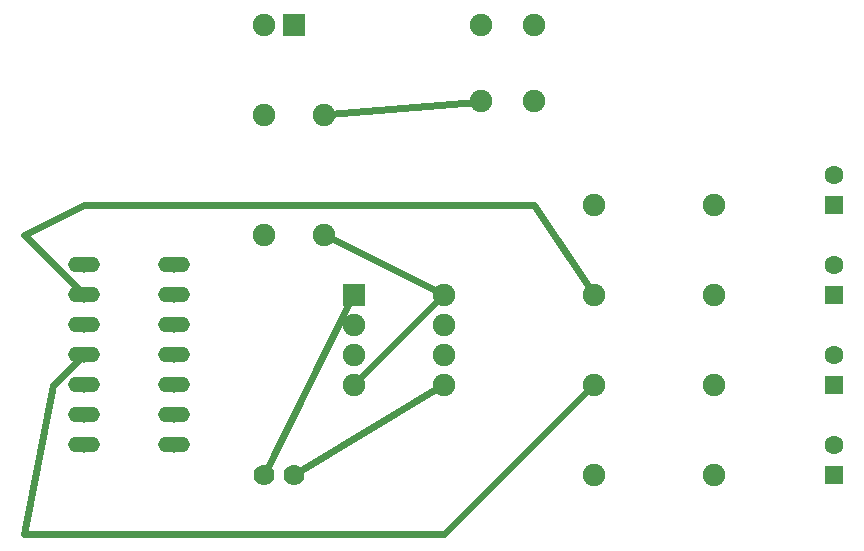
<source format=gbl>
G04 MADE WITH FRITZING*
G04 WWW.FRITZING.ORG*
G04 DOUBLE SIDED*
G04 HOLES PLATED*
G04 CONTOUR ON CENTER OF CONTOUR VECTOR*
%ASAXBY*%
%FSLAX23Y23*%
%MOIN*%
%OFA0B0*%
%SFA1.0B1.0*%
%ADD10C,0.075000*%
%ADD11C,0.070000*%
%ADD12C,0.062992*%
%ADD13C,0.052000*%
%ADD14R,0.075000X0.075000*%
%ADD15R,0.062992X0.062992*%
%ADD16C,0.024000*%
%ADD17R,0.001000X0.001000*%
%LNCOPPER0*%
G90*
G70*
G54D10*
X1111Y1478D03*
X1111Y1078D03*
X911Y1478D03*
X911Y1078D03*
X1011Y1778D03*
X911Y1778D03*
G54D11*
X911Y278D03*
X1011Y278D03*
G54D10*
X1211Y878D03*
X1511Y878D03*
X1211Y778D03*
X1511Y778D03*
X1211Y678D03*
X1511Y678D03*
X1211Y578D03*
X1511Y578D03*
G54D12*
X2811Y1178D03*
X2811Y1276D03*
X2811Y578D03*
X2811Y676D03*
X2811Y878D03*
X2811Y976D03*
X2811Y278D03*
X2811Y376D03*
G54D10*
X1634Y1522D03*
X1634Y1778D03*
X1811Y1522D03*
X1811Y1778D03*
X2011Y878D03*
X2411Y878D03*
X2011Y578D03*
X2411Y578D03*
X2011Y1178D03*
X2411Y1178D03*
X2011Y278D03*
X2411Y278D03*
G54D13*
X311Y978D03*
X311Y878D03*
X311Y778D03*
X311Y678D03*
X311Y578D03*
X311Y478D03*
X311Y378D03*
X611Y378D03*
X611Y478D03*
X611Y578D03*
X611Y678D03*
X611Y778D03*
X611Y878D03*
X611Y978D03*
G54D14*
X1011Y1778D03*
X1211Y878D03*
G54D15*
X2811Y1178D03*
X2811Y578D03*
X2811Y878D03*
X2811Y278D03*
G54D16*
X1203Y862D02*
X918Y291D01*
D02*
X1511Y79D02*
X112Y79D01*
D02*
X112Y79D02*
X209Y575D01*
D02*
X209Y575D02*
X300Y666D01*
D02*
X1999Y565D02*
X1511Y79D01*
D02*
X1499Y865D02*
X1223Y590D01*
D02*
X1813Y1175D02*
X312Y1175D01*
D02*
X312Y1175D02*
X112Y1078D01*
D02*
X2001Y892D02*
X1813Y1175D01*
D02*
X112Y1078D02*
X300Y889D01*
D02*
X1617Y1520D02*
X1129Y1479D01*
D02*
X1495Y886D02*
X1127Y1070D01*
D02*
X1496Y569D02*
X1024Y285D01*
G54D17*
X283Y1004D02*
X340Y1004D01*
X583Y1004D02*
X640Y1004D01*
X278Y1003D02*
X345Y1003D01*
X578Y1003D02*
X645Y1003D01*
X276Y1002D02*
X347Y1002D01*
X576Y1002D02*
X647Y1002D01*
X274Y1001D02*
X349Y1001D01*
X574Y1001D02*
X649Y1001D01*
X272Y1000D02*
X351Y1000D01*
X572Y1000D02*
X651Y1000D01*
X271Y999D02*
X353Y999D01*
X571Y999D02*
X652Y999D01*
X269Y998D02*
X354Y998D01*
X569Y998D02*
X654Y998D01*
X268Y997D02*
X355Y997D01*
X568Y997D02*
X655Y997D01*
X267Y996D02*
X356Y996D01*
X567Y996D02*
X656Y996D01*
X266Y995D02*
X357Y995D01*
X566Y995D02*
X657Y995D01*
X266Y994D02*
X309Y994D01*
X314Y994D02*
X358Y994D01*
X566Y994D02*
X609Y994D01*
X614Y994D02*
X658Y994D01*
X265Y993D02*
X305Y993D01*
X318Y993D02*
X358Y993D01*
X565Y993D02*
X605Y993D01*
X618Y993D02*
X658Y993D01*
X264Y992D02*
X303Y992D01*
X320Y992D02*
X359Y992D01*
X564Y992D02*
X603Y992D01*
X620Y992D02*
X659Y992D01*
X264Y991D02*
X302Y991D01*
X322Y991D02*
X360Y991D01*
X564Y991D02*
X602Y991D01*
X622Y991D02*
X660Y991D01*
X263Y990D02*
X300Y990D01*
X323Y990D02*
X360Y990D01*
X563Y990D02*
X600Y990D01*
X623Y990D02*
X660Y990D01*
X263Y989D02*
X299Y989D01*
X324Y989D02*
X361Y989D01*
X562Y989D02*
X599Y989D01*
X624Y989D02*
X661Y989D01*
X262Y988D02*
X299Y988D01*
X325Y988D02*
X361Y988D01*
X562Y988D02*
X599Y988D01*
X625Y988D02*
X661Y988D01*
X262Y987D02*
X298Y987D01*
X325Y987D02*
X362Y987D01*
X562Y987D02*
X598Y987D01*
X625Y987D02*
X661Y987D01*
X261Y986D02*
X297Y986D01*
X326Y986D02*
X362Y986D01*
X561Y986D02*
X597Y986D01*
X626Y986D02*
X662Y986D01*
X261Y985D02*
X297Y985D01*
X326Y985D02*
X362Y985D01*
X561Y985D02*
X597Y985D01*
X626Y985D02*
X662Y985D01*
X261Y984D02*
X296Y984D01*
X327Y984D02*
X362Y984D01*
X561Y984D02*
X596Y984D01*
X627Y984D02*
X662Y984D01*
X261Y983D02*
X296Y983D01*
X327Y983D02*
X363Y983D01*
X561Y983D02*
X596Y983D01*
X627Y983D02*
X663Y983D01*
X260Y982D02*
X296Y982D01*
X328Y982D02*
X363Y982D01*
X560Y982D02*
X596Y982D01*
X628Y982D02*
X663Y982D01*
X260Y981D02*
X295Y981D01*
X328Y981D02*
X363Y981D01*
X560Y981D02*
X595Y981D01*
X628Y981D02*
X663Y981D01*
X260Y980D02*
X295Y980D01*
X328Y980D02*
X363Y980D01*
X560Y980D02*
X595Y980D01*
X628Y980D02*
X663Y980D01*
X260Y979D02*
X295Y979D01*
X328Y979D02*
X363Y979D01*
X560Y979D02*
X595Y979D01*
X628Y979D02*
X663Y979D01*
X260Y978D02*
X295Y978D01*
X328Y978D02*
X363Y978D01*
X560Y978D02*
X595Y978D01*
X628Y978D02*
X663Y978D01*
X260Y977D02*
X295Y977D01*
X328Y977D02*
X363Y977D01*
X560Y977D02*
X595Y977D01*
X628Y977D02*
X663Y977D01*
X260Y976D02*
X295Y976D01*
X328Y976D02*
X363Y976D01*
X560Y976D02*
X595Y976D01*
X628Y976D02*
X663Y976D01*
X260Y975D02*
X295Y975D01*
X328Y975D02*
X363Y975D01*
X560Y975D02*
X595Y975D01*
X628Y975D02*
X663Y975D01*
X260Y974D02*
X296Y974D01*
X327Y974D02*
X363Y974D01*
X560Y974D02*
X596Y974D01*
X627Y974D02*
X663Y974D01*
X261Y973D02*
X296Y973D01*
X327Y973D02*
X363Y973D01*
X561Y973D02*
X596Y973D01*
X627Y973D02*
X663Y973D01*
X261Y972D02*
X296Y972D01*
X327Y972D02*
X362Y972D01*
X561Y972D02*
X596Y972D01*
X627Y972D02*
X662Y972D01*
X261Y971D02*
X297Y971D01*
X326Y971D02*
X362Y971D01*
X561Y971D02*
X597Y971D01*
X626Y971D02*
X662Y971D01*
X261Y970D02*
X297Y970D01*
X326Y970D02*
X362Y970D01*
X561Y970D02*
X597Y970D01*
X626Y970D02*
X662Y970D01*
X262Y969D02*
X298Y969D01*
X325Y969D02*
X361Y969D01*
X562Y969D02*
X598Y969D01*
X625Y969D02*
X661Y969D01*
X262Y968D02*
X299Y968D01*
X324Y968D02*
X361Y968D01*
X562Y968D02*
X599Y968D01*
X624Y968D02*
X661Y968D01*
X263Y967D02*
X300Y967D01*
X323Y967D02*
X360Y967D01*
X563Y967D02*
X600Y967D01*
X623Y967D02*
X660Y967D01*
X263Y966D02*
X301Y966D01*
X322Y966D02*
X360Y966D01*
X563Y966D02*
X601Y966D01*
X622Y966D02*
X660Y966D01*
X264Y965D02*
X302Y965D01*
X321Y965D02*
X359Y965D01*
X564Y965D02*
X602Y965D01*
X621Y965D02*
X659Y965D01*
X264Y964D02*
X304Y964D01*
X319Y964D02*
X359Y964D01*
X564Y964D02*
X604Y964D01*
X619Y964D02*
X659Y964D01*
X265Y963D02*
X306Y963D01*
X317Y963D02*
X358Y963D01*
X565Y963D02*
X606Y963D01*
X617Y963D02*
X658Y963D01*
X266Y962D02*
X357Y962D01*
X566Y962D02*
X657Y962D01*
X267Y961D02*
X356Y961D01*
X567Y961D02*
X656Y961D01*
X268Y960D02*
X356Y960D01*
X568Y960D02*
X656Y960D01*
X269Y959D02*
X354Y959D01*
X569Y959D02*
X654Y959D01*
X270Y958D02*
X353Y958D01*
X570Y958D02*
X653Y958D01*
X271Y957D02*
X352Y957D01*
X571Y957D02*
X652Y957D01*
X273Y956D02*
X350Y956D01*
X573Y956D02*
X650Y956D01*
X275Y955D02*
X349Y955D01*
X575Y955D02*
X649Y955D01*
X277Y954D02*
X347Y954D01*
X577Y954D02*
X647Y954D01*
X280Y953D02*
X343Y953D01*
X580Y953D02*
X643Y953D01*
X283Y904D02*
X340Y904D01*
X583Y904D02*
X640Y904D01*
X278Y903D02*
X345Y903D01*
X578Y903D02*
X645Y903D01*
X276Y902D02*
X347Y902D01*
X576Y902D02*
X647Y902D01*
X274Y901D02*
X349Y901D01*
X574Y901D02*
X649Y901D01*
X272Y900D02*
X351Y900D01*
X572Y900D02*
X651Y900D01*
X271Y899D02*
X353Y899D01*
X571Y899D02*
X652Y899D01*
X269Y898D02*
X354Y898D01*
X569Y898D02*
X654Y898D01*
X268Y897D02*
X355Y897D01*
X568Y897D02*
X655Y897D01*
X267Y896D02*
X356Y896D01*
X567Y896D02*
X656Y896D01*
X266Y895D02*
X357Y895D01*
X566Y895D02*
X657Y895D01*
X266Y894D02*
X309Y894D01*
X314Y894D02*
X358Y894D01*
X566Y894D02*
X609Y894D01*
X614Y894D02*
X658Y894D01*
X265Y893D02*
X305Y893D01*
X318Y893D02*
X358Y893D01*
X565Y893D02*
X605Y893D01*
X618Y893D02*
X658Y893D01*
X264Y892D02*
X303Y892D01*
X320Y892D02*
X359Y892D01*
X564Y892D02*
X603Y892D01*
X620Y892D02*
X659Y892D01*
X264Y891D02*
X302Y891D01*
X322Y891D02*
X360Y891D01*
X564Y891D02*
X602Y891D01*
X622Y891D02*
X660Y891D01*
X263Y890D02*
X300Y890D01*
X323Y890D02*
X360Y890D01*
X563Y890D02*
X600Y890D01*
X623Y890D02*
X660Y890D01*
X262Y889D02*
X299Y889D01*
X324Y889D02*
X361Y889D01*
X562Y889D02*
X599Y889D01*
X624Y889D02*
X661Y889D01*
X262Y888D02*
X299Y888D01*
X325Y888D02*
X361Y888D01*
X562Y888D02*
X598Y888D01*
X625Y888D02*
X661Y888D01*
X262Y887D02*
X298Y887D01*
X325Y887D02*
X362Y887D01*
X562Y887D02*
X598Y887D01*
X625Y887D02*
X661Y887D01*
X261Y886D02*
X297Y886D01*
X326Y886D02*
X362Y886D01*
X561Y886D02*
X597Y886D01*
X626Y886D02*
X662Y886D01*
X261Y885D02*
X297Y885D01*
X327Y885D02*
X362Y885D01*
X561Y885D02*
X597Y885D01*
X626Y885D02*
X662Y885D01*
X261Y884D02*
X296Y884D01*
X327Y884D02*
X362Y884D01*
X561Y884D02*
X596Y884D01*
X627Y884D02*
X662Y884D01*
X261Y883D02*
X296Y883D01*
X327Y883D02*
X363Y883D01*
X561Y883D02*
X596Y883D01*
X627Y883D02*
X663Y883D01*
X260Y882D02*
X296Y882D01*
X328Y882D02*
X363Y882D01*
X560Y882D02*
X596Y882D01*
X628Y882D02*
X663Y882D01*
X260Y881D02*
X295Y881D01*
X328Y881D02*
X363Y881D01*
X560Y881D02*
X595Y881D01*
X628Y881D02*
X663Y881D01*
X260Y880D02*
X295Y880D01*
X328Y880D02*
X363Y880D01*
X560Y880D02*
X595Y880D01*
X628Y880D02*
X663Y880D01*
X260Y879D02*
X295Y879D01*
X328Y879D02*
X363Y879D01*
X560Y879D02*
X595Y879D01*
X628Y879D02*
X663Y879D01*
X260Y878D02*
X295Y878D01*
X328Y878D02*
X363Y878D01*
X560Y878D02*
X595Y878D01*
X628Y878D02*
X663Y878D01*
X260Y877D02*
X295Y877D01*
X328Y877D02*
X363Y877D01*
X560Y877D02*
X595Y877D01*
X628Y877D02*
X663Y877D01*
X260Y876D02*
X295Y876D01*
X328Y876D02*
X363Y876D01*
X560Y876D02*
X595Y876D01*
X628Y876D02*
X663Y876D01*
X260Y875D02*
X295Y875D01*
X328Y875D02*
X363Y875D01*
X560Y875D02*
X595Y875D01*
X628Y875D02*
X663Y875D01*
X260Y874D02*
X296Y874D01*
X327Y874D02*
X363Y874D01*
X560Y874D02*
X596Y874D01*
X627Y874D02*
X663Y874D01*
X261Y873D02*
X296Y873D01*
X327Y873D02*
X363Y873D01*
X561Y873D02*
X596Y873D01*
X627Y873D02*
X663Y873D01*
X261Y872D02*
X296Y872D01*
X327Y872D02*
X362Y872D01*
X561Y872D02*
X596Y872D01*
X627Y872D02*
X662Y872D01*
X261Y871D02*
X297Y871D01*
X326Y871D02*
X362Y871D01*
X561Y871D02*
X597Y871D01*
X626Y871D02*
X662Y871D01*
X261Y870D02*
X297Y870D01*
X326Y870D02*
X362Y870D01*
X561Y870D02*
X597Y870D01*
X626Y870D02*
X662Y870D01*
X262Y869D02*
X298Y869D01*
X325Y869D02*
X361Y869D01*
X562Y869D02*
X598Y869D01*
X625Y869D02*
X661Y869D01*
X262Y868D02*
X299Y868D01*
X324Y868D02*
X361Y868D01*
X562Y868D02*
X599Y868D01*
X624Y868D02*
X661Y868D01*
X263Y867D02*
X300Y867D01*
X323Y867D02*
X360Y867D01*
X563Y867D02*
X600Y867D01*
X623Y867D02*
X660Y867D01*
X263Y866D02*
X301Y866D01*
X322Y866D02*
X360Y866D01*
X563Y866D02*
X601Y866D01*
X622Y866D02*
X660Y866D01*
X264Y865D02*
X302Y865D01*
X321Y865D02*
X359Y865D01*
X564Y865D02*
X602Y865D01*
X621Y865D02*
X659Y865D01*
X264Y864D02*
X304Y864D01*
X319Y864D02*
X359Y864D01*
X564Y864D02*
X604Y864D01*
X619Y864D02*
X659Y864D01*
X265Y863D02*
X306Y863D01*
X317Y863D02*
X358Y863D01*
X565Y863D02*
X606Y863D01*
X617Y863D02*
X658Y863D01*
X266Y862D02*
X357Y862D01*
X566Y862D02*
X657Y862D01*
X267Y861D02*
X356Y861D01*
X567Y861D02*
X656Y861D01*
X268Y860D02*
X356Y860D01*
X568Y860D02*
X656Y860D01*
X269Y859D02*
X354Y859D01*
X569Y859D02*
X654Y859D01*
X270Y858D02*
X353Y858D01*
X570Y858D02*
X653Y858D01*
X271Y857D02*
X352Y857D01*
X571Y857D02*
X652Y857D01*
X273Y856D02*
X350Y856D01*
X573Y856D02*
X650Y856D01*
X275Y855D02*
X349Y855D01*
X575Y855D02*
X649Y855D01*
X277Y854D02*
X347Y854D01*
X577Y854D02*
X647Y854D01*
X280Y853D02*
X343Y853D01*
X580Y853D02*
X643Y853D01*
X283Y804D02*
X340Y804D01*
X583Y804D02*
X640Y804D01*
X278Y803D02*
X345Y803D01*
X578Y803D02*
X645Y803D01*
X276Y802D02*
X347Y802D01*
X576Y802D02*
X647Y802D01*
X274Y801D02*
X349Y801D01*
X574Y801D02*
X649Y801D01*
X272Y800D02*
X351Y800D01*
X572Y800D02*
X651Y800D01*
X271Y799D02*
X353Y799D01*
X571Y799D02*
X653Y799D01*
X269Y798D02*
X354Y798D01*
X569Y798D02*
X654Y798D01*
X268Y797D02*
X355Y797D01*
X568Y797D02*
X655Y797D01*
X267Y796D02*
X356Y796D01*
X567Y796D02*
X656Y796D01*
X266Y795D02*
X357Y795D01*
X566Y795D02*
X657Y795D01*
X266Y794D02*
X309Y794D01*
X314Y794D02*
X358Y794D01*
X566Y794D02*
X609Y794D01*
X614Y794D02*
X658Y794D01*
X265Y793D02*
X305Y793D01*
X318Y793D02*
X358Y793D01*
X565Y793D02*
X605Y793D01*
X618Y793D02*
X658Y793D01*
X264Y792D02*
X303Y792D01*
X320Y792D02*
X359Y792D01*
X564Y792D02*
X603Y792D01*
X620Y792D02*
X659Y792D01*
X264Y791D02*
X302Y791D01*
X322Y791D02*
X360Y791D01*
X564Y791D02*
X602Y791D01*
X622Y791D02*
X660Y791D01*
X263Y790D02*
X300Y790D01*
X323Y790D02*
X360Y790D01*
X563Y790D02*
X600Y790D01*
X623Y790D02*
X660Y790D01*
X262Y789D02*
X299Y789D01*
X324Y789D02*
X361Y789D01*
X562Y789D02*
X599Y789D01*
X624Y789D02*
X661Y789D01*
X262Y788D02*
X299Y788D01*
X325Y788D02*
X361Y788D01*
X562Y788D02*
X598Y788D01*
X625Y788D02*
X661Y788D01*
X262Y787D02*
X298Y787D01*
X325Y787D02*
X362Y787D01*
X562Y787D02*
X598Y787D01*
X625Y787D02*
X661Y787D01*
X261Y786D02*
X297Y786D01*
X326Y786D02*
X362Y786D01*
X561Y786D02*
X597Y786D01*
X626Y786D02*
X662Y786D01*
X261Y785D02*
X297Y785D01*
X327Y785D02*
X362Y785D01*
X561Y785D02*
X597Y785D01*
X626Y785D02*
X662Y785D01*
X261Y784D02*
X296Y784D01*
X327Y784D02*
X362Y784D01*
X561Y784D02*
X596Y784D01*
X627Y784D02*
X662Y784D01*
X261Y783D02*
X296Y783D01*
X327Y783D02*
X363Y783D01*
X561Y783D02*
X596Y783D01*
X627Y783D02*
X663Y783D01*
X260Y782D02*
X296Y782D01*
X328Y782D02*
X363Y782D01*
X560Y782D02*
X596Y782D01*
X628Y782D02*
X663Y782D01*
X260Y781D02*
X295Y781D01*
X328Y781D02*
X363Y781D01*
X560Y781D02*
X595Y781D01*
X628Y781D02*
X663Y781D01*
X260Y780D02*
X295Y780D01*
X328Y780D02*
X363Y780D01*
X560Y780D02*
X595Y780D01*
X628Y780D02*
X663Y780D01*
X260Y779D02*
X295Y779D01*
X328Y779D02*
X363Y779D01*
X560Y779D02*
X595Y779D01*
X628Y779D02*
X663Y779D01*
X260Y778D02*
X295Y778D01*
X328Y778D02*
X363Y778D01*
X560Y778D02*
X595Y778D01*
X628Y778D02*
X663Y778D01*
X260Y777D02*
X295Y777D01*
X328Y777D02*
X363Y777D01*
X560Y777D02*
X595Y777D01*
X628Y777D02*
X663Y777D01*
X260Y776D02*
X295Y776D01*
X328Y776D02*
X363Y776D01*
X560Y776D02*
X595Y776D01*
X628Y776D02*
X663Y776D01*
X260Y775D02*
X295Y775D01*
X328Y775D02*
X363Y775D01*
X560Y775D02*
X595Y775D01*
X628Y775D02*
X663Y775D01*
X260Y774D02*
X296Y774D01*
X327Y774D02*
X363Y774D01*
X560Y774D02*
X596Y774D01*
X627Y774D02*
X663Y774D01*
X261Y773D02*
X296Y773D01*
X327Y773D02*
X363Y773D01*
X561Y773D02*
X596Y773D01*
X627Y773D02*
X663Y773D01*
X261Y772D02*
X296Y772D01*
X327Y772D02*
X362Y772D01*
X561Y772D02*
X596Y772D01*
X627Y772D02*
X662Y772D01*
X261Y771D02*
X297Y771D01*
X326Y771D02*
X362Y771D01*
X561Y771D02*
X597Y771D01*
X626Y771D02*
X662Y771D01*
X261Y770D02*
X297Y770D01*
X326Y770D02*
X362Y770D01*
X561Y770D02*
X597Y770D01*
X626Y770D02*
X662Y770D01*
X262Y769D02*
X298Y769D01*
X325Y769D02*
X361Y769D01*
X562Y769D02*
X598Y769D01*
X625Y769D02*
X661Y769D01*
X262Y768D02*
X299Y768D01*
X324Y768D02*
X361Y768D01*
X562Y768D02*
X599Y768D01*
X624Y768D02*
X661Y768D01*
X263Y767D02*
X300Y767D01*
X323Y767D02*
X360Y767D01*
X563Y767D02*
X600Y767D01*
X623Y767D02*
X660Y767D01*
X263Y766D02*
X301Y766D01*
X322Y766D02*
X360Y766D01*
X563Y766D02*
X601Y766D01*
X622Y766D02*
X660Y766D01*
X264Y765D02*
X302Y765D01*
X321Y765D02*
X359Y765D01*
X564Y765D02*
X602Y765D01*
X621Y765D02*
X659Y765D01*
X264Y764D02*
X304Y764D01*
X319Y764D02*
X359Y764D01*
X564Y764D02*
X604Y764D01*
X619Y764D02*
X659Y764D01*
X265Y763D02*
X306Y763D01*
X317Y763D02*
X358Y763D01*
X565Y763D02*
X606Y763D01*
X617Y763D02*
X658Y763D01*
X266Y762D02*
X357Y762D01*
X566Y762D02*
X657Y762D01*
X267Y761D02*
X356Y761D01*
X567Y761D02*
X656Y761D01*
X268Y760D02*
X356Y760D01*
X568Y760D02*
X656Y760D01*
X269Y759D02*
X354Y759D01*
X569Y759D02*
X654Y759D01*
X270Y758D02*
X353Y758D01*
X570Y758D02*
X653Y758D01*
X271Y757D02*
X352Y757D01*
X571Y757D02*
X652Y757D01*
X273Y756D02*
X350Y756D01*
X573Y756D02*
X650Y756D01*
X275Y755D02*
X349Y755D01*
X575Y755D02*
X649Y755D01*
X277Y754D02*
X347Y754D01*
X577Y754D02*
X646Y754D01*
X280Y753D02*
X343Y753D01*
X580Y753D02*
X643Y753D01*
X283Y704D02*
X340Y704D01*
X583Y704D02*
X640Y704D01*
X278Y703D02*
X345Y703D01*
X578Y703D02*
X645Y703D01*
X276Y702D02*
X348Y702D01*
X576Y702D02*
X647Y702D01*
X274Y701D02*
X349Y701D01*
X574Y701D02*
X649Y701D01*
X272Y700D02*
X351Y700D01*
X572Y700D02*
X651Y700D01*
X271Y699D02*
X353Y699D01*
X571Y699D02*
X653Y699D01*
X269Y698D02*
X354Y698D01*
X569Y698D02*
X654Y698D01*
X268Y697D02*
X355Y697D01*
X568Y697D02*
X655Y697D01*
X267Y696D02*
X356Y696D01*
X567Y696D02*
X656Y696D01*
X266Y695D02*
X357Y695D01*
X566Y695D02*
X657Y695D01*
X266Y694D02*
X309Y694D01*
X314Y694D02*
X358Y694D01*
X566Y694D02*
X609Y694D01*
X614Y694D02*
X658Y694D01*
X265Y693D02*
X305Y693D01*
X318Y693D02*
X358Y693D01*
X565Y693D02*
X605Y693D01*
X618Y693D02*
X658Y693D01*
X264Y692D02*
X303Y692D01*
X320Y692D02*
X359Y692D01*
X564Y692D02*
X603Y692D01*
X620Y692D02*
X659Y692D01*
X264Y691D02*
X302Y691D01*
X322Y691D02*
X360Y691D01*
X564Y691D02*
X602Y691D01*
X622Y691D02*
X660Y691D01*
X263Y690D02*
X300Y690D01*
X323Y690D02*
X360Y690D01*
X563Y690D02*
X600Y690D01*
X623Y690D02*
X660Y690D01*
X262Y689D02*
X299Y689D01*
X324Y689D02*
X361Y689D01*
X562Y689D02*
X599Y689D01*
X624Y689D02*
X661Y689D01*
X262Y688D02*
X299Y688D01*
X325Y688D02*
X361Y688D01*
X562Y688D02*
X598Y688D01*
X625Y688D02*
X661Y688D01*
X262Y687D02*
X298Y687D01*
X325Y687D02*
X362Y687D01*
X562Y687D02*
X598Y687D01*
X625Y687D02*
X661Y687D01*
X261Y686D02*
X297Y686D01*
X326Y686D02*
X362Y686D01*
X561Y686D02*
X597Y686D01*
X626Y686D02*
X662Y686D01*
X261Y685D02*
X297Y685D01*
X327Y685D02*
X362Y685D01*
X561Y685D02*
X597Y685D01*
X626Y685D02*
X662Y685D01*
X261Y684D02*
X296Y684D01*
X327Y684D02*
X362Y684D01*
X561Y684D02*
X596Y684D01*
X627Y684D02*
X662Y684D01*
X261Y683D02*
X296Y683D01*
X327Y683D02*
X363Y683D01*
X561Y683D02*
X596Y683D01*
X627Y683D02*
X663Y683D01*
X260Y682D02*
X296Y682D01*
X328Y682D02*
X363Y682D01*
X560Y682D02*
X596Y682D01*
X628Y682D02*
X663Y682D01*
X260Y681D02*
X295Y681D01*
X328Y681D02*
X363Y681D01*
X560Y681D02*
X595Y681D01*
X628Y681D02*
X663Y681D01*
X260Y680D02*
X295Y680D01*
X328Y680D02*
X363Y680D01*
X560Y680D02*
X595Y680D01*
X628Y680D02*
X663Y680D01*
X260Y679D02*
X295Y679D01*
X328Y679D02*
X363Y679D01*
X560Y679D02*
X595Y679D01*
X628Y679D02*
X663Y679D01*
X260Y678D02*
X295Y678D01*
X328Y678D02*
X363Y678D01*
X560Y678D02*
X595Y678D01*
X628Y678D02*
X663Y678D01*
X260Y677D02*
X295Y677D01*
X328Y677D02*
X363Y677D01*
X560Y677D02*
X595Y677D01*
X628Y677D02*
X663Y677D01*
X260Y676D02*
X295Y676D01*
X328Y676D02*
X363Y676D01*
X560Y676D02*
X595Y676D01*
X628Y676D02*
X663Y676D01*
X260Y675D02*
X295Y675D01*
X328Y675D02*
X363Y675D01*
X560Y675D02*
X595Y675D01*
X628Y675D02*
X663Y675D01*
X260Y674D02*
X296Y674D01*
X327Y674D02*
X363Y674D01*
X560Y674D02*
X596Y674D01*
X627Y674D02*
X663Y674D01*
X261Y673D02*
X296Y673D01*
X327Y673D02*
X363Y673D01*
X561Y673D02*
X596Y673D01*
X627Y673D02*
X663Y673D01*
X261Y672D02*
X296Y672D01*
X327Y672D02*
X362Y672D01*
X561Y672D02*
X596Y672D01*
X627Y672D02*
X662Y672D01*
X261Y671D02*
X297Y671D01*
X326Y671D02*
X362Y671D01*
X561Y671D02*
X597Y671D01*
X626Y671D02*
X662Y671D01*
X261Y670D02*
X297Y670D01*
X326Y670D02*
X362Y670D01*
X561Y670D02*
X597Y670D01*
X626Y670D02*
X662Y670D01*
X262Y669D02*
X298Y669D01*
X325Y669D02*
X361Y669D01*
X562Y669D02*
X598Y669D01*
X625Y669D02*
X661Y669D01*
X262Y668D02*
X299Y668D01*
X324Y668D02*
X361Y668D01*
X562Y668D02*
X599Y668D01*
X624Y668D02*
X661Y668D01*
X263Y667D02*
X300Y667D01*
X323Y667D02*
X360Y667D01*
X563Y667D02*
X600Y667D01*
X623Y667D02*
X660Y667D01*
X263Y666D02*
X301Y666D01*
X322Y666D02*
X360Y666D01*
X563Y666D02*
X601Y666D01*
X622Y666D02*
X660Y666D01*
X264Y665D02*
X302Y665D01*
X321Y665D02*
X359Y665D01*
X564Y665D02*
X602Y665D01*
X621Y665D02*
X659Y665D01*
X264Y664D02*
X304Y664D01*
X319Y664D02*
X359Y664D01*
X564Y664D02*
X604Y664D01*
X619Y664D02*
X659Y664D01*
X265Y663D02*
X306Y663D01*
X317Y663D02*
X358Y663D01*
X565Y663D02*
X606Y663D01*
X617Y663D02*
X658Y663D01*
X266Y662D02*
X357Y662D01*
X566Y662D02*
X657Y662D01*
X267Y661D02*
X356Y661D01*
X567Y661D02*
X656Y661D01*
X268Y660D02*
X356Y660D01*
X568Y660D02*
X656Y660D01*
X269Y659D02*
X354Y659D01*
X569Y659D02*
X654Y659D01*
X270Y658D02*
X353Y658D01*
X570Y658D02*
X653Y658D01*
X271Y657D02*
X352Y657D01*
X571Y657D02*
X652Y657D01*
X273Y656D02*
X350Y656D01*
X573Y656D02*
X650Y656D01*
X275Y655D02*
X349Y655D01*
X575Y655D02*
X649Y655D01*
X277Y654D02*
X346Y654D01*
X577Y654D02*
X646Y654D01*
X280Y653D02*
X343Y653D01*
X580Y653D02*
X643Y653D01*
X283Y604D02*
X340Y604D01*
X583Y604D02*
X640Y604D01*
X278Y603D02*
X345Y603D01*
X578Y603D02*
X645Y603D01*
X276Y602D02*
X348Y602D01*
X576Y602D02*
X647Y602D01*
X274Y601D02*
X349Y601D01*
X574Y601D02*
X649Y601D01*
X272Y600D02*
X351Y600D01*
X572Y600D02*
X651Y600D01*
X271Y599D02*
X353Y599D01*
X571Y599D02*
X653Y599D01*
X269Y598D02*
X354Y598D01*
X569Y598D02*
X654Y598D01*
X268Y597D02*
X355Y597D01*
X568Y597D02*
X655Y597D01*
X267Y596D02*
X356Y596D01*
X567Y596D02*
X656Y596D01*
X266Y595D02*
X357Y595D01*
X566Y595D02*
X657Y595D01*
X266Y594D02*
X309Y594D01*
X314Y594D02*
X358Y594D01*
X566Y594D02*
X609Y594D01*
X614Y594D02*
X658Y594D01*
X265Y593D02*
X305Y593D01*
X318Y593D02*
X358Y593D01*
X565Y593D02*
X605Y593D01*
X618Y593D02*
X658Y593D01*
X264Y592D02*
X303Y592D01*
X320Y592D02*
X359Y592D01*
X564Y592D02*
X603Y592D01*
X620Y592D02*
X659Y592D01*
X264Y591D02*
X302Y591D01*
X322Y591D02*
X360Y591D01*
X564Y591D02*
X602Y591D01*
X622Y591D02*
X660Y591D01*
X263Y590D02*
X300Y590D01*
X323Y590D02*
X360Y590D01*
X563Y590D02*
X600Y590D01*
X623Y590D02*
X660Y590D01*
X262Y589D02*
X299Y589D01*
X324Y589D02*
X361Y589D01*
X562Y589D02*
X599Y589D01*
X624Y589D02*
X661Y589D01*
X262Y588D02*
X298Y588D01*
X325Y588D02*
X361Y588D01*
X562Y588D02*
X598Y588D01*
X625Y588D02*
X661Y588D01*
X262Y587D02*
X298Y587D01*
X325Y587D02*
X362Y587D01*
X562Y587D02*
X598Y587D01*
X625Y587D02*
X661Y587D01*
X261Y586D02*
X297Y586D01*
X326Y586D02*
X362Y586D01*
X561Y586D02*
X597Y586D01*
X626Y586D02*
X662Y586D01*
X261Y585D02*
X297Y585D01*
X327Y585D02*
X362Y585D01*
X561Y585D02*
X597Y585D01*
X626Y585D02*
X662Y585D01*
X261Y584D02*
X296Y584D01*
X327Y584D02*
X362Y584D01*
X561Y584D02*
X596Y584D01*
X627Y584D02*
X662Y584D01*
X261Y583D02*
X296Y583D01*
X327Y583D02*
X363Y583D01*
X561Y583D02*
X596Y583D01*
X627Y583D02*
X663Y583D01*
X260Y582D02*
X296Y582D01*
X328Y582D02*
X363Y582D01*
X560Y582D02*
X596Y582D01*
X628Y582D02*
X663Y582D01*
X260Y581D02*
X295Y581D01*
X328Y581D02*
X363Y581D01*
X560Y581D02*
X595Y581D01*
X628Y581D02*
X663Y581D01*
X260Y580D02*
X295Y580D01*
X328Y580D02*
X363Y580D01*
X560Y580D02*
X595Y580D01*
X628Y580D02*
X663Y580D01*
X260Y579D02*
X295Y579D01*
X328Y579D02*
X363Y579D01*
X560Y579D02*
X595Y579D01*
X628Y579D02*
X663Y579D01*
X260Y578D02*
X295Y578D01*
X328Y578D02*
X363Y578D01*
X560Y578D02*
X595Y578D01*
X628Y578D02*
X663Y578D01*
X260Y577D02*
X295Y577D01*
X328Y577D02*
X363Y577D01*
X560Y577D02*
X595Y577D01*
X628Y577D02*
X663Y577D01*
X260Y576D02*
X295Y576D01*
X328Y576D02*
X363Y576D01*
X560Y576D02*
X595Y576D01*
X628Y576D02*
X663Y576D01*
X260Y575D02*
X295Y575D01*
X328Y575D02*
X363Y575D01*
X560Y575D02*
X595Y575D01*
X628Y575D02*
X663Y575D01*
X260Y574D02*
X296Y574D01*
X327Y574D02*
X363Y574D01*
X560Y574D02*
X596Y574D01*
X627Y574D02*
X663Y574D01*
X261Y573D02*
X296Y573D01*
X327Y573D02*
X363Y573D01*
X561Y573D02*
X596Y573D01*
X627Y573D02*
X663Y573D01*
X261Y572D02*
X296Y572D01*
X327Y572D02*
X362Y572D01*
X561Y572D02*
X596Y572D01*
X627Y572D02*
X662Y572D01*
X261Y571D02*
X297Y571D01*
X326Y571D02*
X362Y571D01*
X561Y571D02*
X597Y571D01*
X626Y571D02*
X662Y571D01*
X261Y570D02*
X297Y570D01*
X326Y570D02*
X362Y570D01*
X561Y570D02*
X597Y570D01*
X626Y570D02*
X662Y570D01*
X262Y569D02*
X298Y569D01*
X325Y569D02*
X361Y569D01*
X562Y569D02*
X598Y569D01*
X625Y569D02*
X661Y569D01*
X262Y568D02*
X299Y568D01*
X324Y568D02*
X361Y568D01*
X562Y568D02*
X599Y568D01*
X624Y568D02*
X661Y568D01*
X263Y567D02*
X300Y567D01*
X323Y567D02*
X360Y567D01*
X563Y567D02*
X600Y567D01*
X623Y567D02*
X660Y567D01*
X263Y566D02*
X301Y566D01*
X322Y566D02*
X360Y566D01*
X563Y566D02*
X601Y566D01*
X622Y566D02*
X660Y566D01*
X264Y565D02*
X302Y565D01*
X321Y565D02*
X359Y565D01*
X564Y565D02*
X602Y565D01*
X621Y565D02*
X659Y565D01*
X264Y564D02*
X304Y564D01*
X319Y564D02*
X359Y564D01*
X564Y564D02*
X604Y564D01*
X619Y564D02*
X659Y564D01*
X265Y563D02*
X306Y563D01*
X317Y563D02*
X358Y563D01*
X565Y563D02*
X606Y563D01*
X617Y563D02*
X658Y563D01*
X266Y562D02*
X357Y562D01*
X566Y562D02*
X657Y562D01*
X267Y561D02*
X356Y561D01*
X567Y561D02*
X656Y561D01*
X268Y560D02*
X356Y560D01*
X568Y560D02*
X656Y560D01*
X269Y559D02*
X354Y559D01*
X569Y559D02*
X654Y559D01*
X270Y558D02*
X353Y558D01*
X570Y558D02*
X653Y558D01*
X271Y557D02*
X352Y557D01*
X571Y557D02*
X652Y557D01*
X273Y556D02*
X350Y556D01*
X573Y556D02*
X650Y556D01*
X275Y555D02*
X349Y555D01*
X575Y555D02*
X649Y555D01*
X277Y554D02*
X346Y554D01*
X577Y554D02*
X646Y554D01*
X280Y553D02*
X343Y553D01*
X580Y553D02*
X643Y553D01*
X283Y504D02*
X340Y504D01*
X583Y504D02*
X640Y504D01*
X278Y503D02*
X345Y503D01*
X578Y503D02*
X645Y503D01*
X276Y502D02*
X348Y502D01*
X576Y502D02*
X648Y502D01*
X274Y501D02*
X349Y501D01*
X574Y501D02*
X649Y501D01*
X272Y500D02*
X351Y500D01*
X572Y500D02*
X651Y500D01*
X271Y499D02*
X353Y499D01*
X571Y499D02*
X653Y499D01*
X269Y498D02*
X354Y498D01*
X569Y498D02*
X654Y498D01*
X268Y497D02*
X355Y497D01*
X568Y497D02*
X655Y497D01*
X267Y496D02*
X356Y496D01*
X567Y496D02*
X656Y496D01*
X266Y495D02*
X357Y495D01*
X566Y495D02*
X657Y495D01*
X266Y494D02*
X309Y494D01*
X314Y494D02*
X358Y494D01*
X566Y494D02*
X609Y494D01*
X614Y494D02*
X658Y494D01*
X265Y493D02*
X305Y493D01*
X318Y493D02*
X358Y493D01*
X565Y493D02*
X605Y493D01*
X618Y493D02*
X658Y493D01*
X264Y492D02*
X303Y492D01*
X320Y492D02*
X359Y492D01*
X564Y492D02*
X603Y492D01*
X620Y492D02*
X659Y492D01*
X264Y491D02*
X302Y491D01*
X322Y491D02*
X360Y491D01*
X564Y491D02*
X602Y491D01*
X622Y491D02*
X660Y491D01*
X263Y490D02*
X300Y490D01*
X323Y490D02*
X360Y490D01*
X563Y490D02*
X600Y490D01*
X623Y490D02*
X660Y490D01*
X262Y489D02*
X299Y489D01*
X324Y489D02*
X361Y489D01*
X562Y489D02*
X599Y489D01*
X624Y489D02*
X661Y489D01*
X262Y488D02*
X298Y488D01*
X325Y488D02*
X361Y488D01*
X562Y488D02*
X598Y488D01*
X625Y488D02*
X661Y488D01*
X262Y487D02*
X298Y487D01*
X325Y487D02*
X362Y487D01*
X562Y487D02*
X598Y487D01*
X625Y487D02*
X661Y487D01*
X261Y486D02*
X297Y486D01*
X326Y486D02*
X362Y486D01*
X561Y486D02*
X597Y486D01*
X626Y486D02*
X662Y486D01*
X261Y485D02*
X297Y485D01*
X327Y485D02*
X362Y485D01*
X561Y485D02*
X597Y485D01*
X626Y485D02*
X662Y485D01*
X261Y484D02*
X296Y484D01*
X327Y484D02*
X362Y484D01*
X561Y484D02*
X596Y484D01*
X627Y484D02*
X662Y484D01*
X261Y483D02*
X296Y483D01*
X327Y483D02*
X363Y483D01*
X561Y483D02*
X596Y483D01*
X627Y483D02*
X663Y483D01*
X260Y482D02*
X296Y482D01*
X328Y482D02*
X363Y482D01*
X560Y482D02*
X596Y482D01*
X628Y482D02*
X663Y482D01*
X260Y481D02*
X295Y481D01*
X328Y481D02*
X363Y481D01*
X560Y481D02*
X595Y481D01*
X628Y481D02*
X663Y481D01*
X260Y480D02*
X295Y480D01*
X328Y480D02*
X363Y480D01*
X560Y480D02*
X595Y480D01*
X628Y480D02*
X663Y480D01*
X260Y479D02*
X295Y479D01*
X328Y479D02*
X363Y479D01*
X560Y479D02*
X595Y479D01*
X628Y479D02*
X663Y479D01*
X260Y478D02*
X295Y478D01*
X328Y478D02*
X363Y478D01*
X560Y478D02*
X595Y478D01*
X628Y478D02*
X663Y478D01*
X260Y477D02*
X295Y477D01*
X328Y477D02*
X363Y477D01*
X560Y477D02*
X595Y477D01*
X628Y477D02*
X663Y477D01*
X260Y476D02*
X295Y476D01*
X328Y476D02*
X363Y476D01*
X560Y476D02*
X595Y476D01*
X628Y476D02*
X663Y476D01*
X260Y475D02*
X295Y475D01*
X328Y475D02*
X363Y475D01*
X560Y475D02*
X595Y475D01*
X628Y475D02*
X663Y475D01*
X260Y474D02*
X296Y474D01*
X327Y474D02*
X363Y474D01*
X560Y474D02*
X596Y474D01*
X627Y474D02*
X663Y474D01*
X261Y473D02*
X296Y473D01*
X327Y473D02*
X363Y473D01*
X561Y473D02*
X596Y473D01*
X627Y473D02*
X663Y473D01*
X261Y472D02*
X296Y472D01*
X327Y472D02*
X362Y472D01*
X561Y472D02*
X596Y472D01*
X627Y472D02*
X662Y472D01*
X261Y471D02*
X297Y471D01*
X326Y471D02*
X362Y471D01*
X561Y471D02*
X597Y471D01*
X626Y471D02*
X662Y471D01*
X261Y470D02*
X297Y470D01*
X326Y470D02*
X362Y470D01*
X561Y470D02*
X597Y470D01*
X626Y470D02*
X662Y470D01*
X262Y469D02*
X298Y469D01*
X325Y469D02*
X361Y469D01*
X562Y469D02*
X598Y469D01*
X625Y469D02*
X661Y469D01*
X262Y468D02*
X299Y468D01*
X324Y468D02*
X361Y468D01*
X562Y468D02*
X599Y468D01*
X624Y468D02*
X661Y468D01*
X263Y467D02*
X300Y467D01*
X323Y467D02*
X360Y467D01*
X563Y467D02*
X600Y467D01*
X623Y467D02*
X660Y467D01*
X263Y466D02*
X301Y466D01*
X322Y466D02*
X360Y466D01*
X563Y466D02*
X601Y466D01*
X622Y466D02*
X660Y466D01*
X264Y465D02*
X302Y465D01*
X321Y465D02*
X359Y465D01*
X564Y465D02*
X602Y465D01*
X621Y465D02*
X659Y465D01*
X264Y464D02*
X304Y464D01*
X319Y464D02*
X359Y464D01*
X564Y464D02*
X604Y464D01*
X619Y464D02*
X659Y464D01*
X265Y463D02*
X306Y463D01*
X317Y463D02*
X358Y463D01*
X565Y463D02*
X606Y463D01*
X617Y463D02*
X658Y463D01*
X266Y462D02*
X357Y462D01*
X566Y462D02*
X657Y462D01*
X267Y461D02*
X356Y461D01*
X567Y461D02*
X656Y461D01*
X268Y460D02*
X356Y460D01*
X568Y460D02*
X656Y460D01*
X269Y459D02*
X354Y459D01*
X569Y459D02*
X654Y459D01*
X270Y458D02*
X353Y458D01*
X570Y458D02*
X653Y458D01*
X271Y457D02*
X352Y457D01*
X571Y457D02*
X652Y457D01*
X273Y456D02*
X350Y456D01*
X573Y456D02*
X650Y456D01*
X275Y455D02*
X349Y455D01*
X575Y455D02*
X648Y455D01*
X277Y454D02*
X346Y454D01*
X577Y454D02*
X646Y454D01*
X280Y453D02*
X343Y453D01*
X580Y453D02*
X643Y453D01*
X283Y404D02*
X340Y404D01*
X583Y404D02*
X640Y404D01*
X278Y403D02*
X345Y403D01*
X578Y403D02*
X645Y403D01*
X276Y402D02*
X348Y402D01*
X576Y402D02*
X648Y402D01*
X274Y401D02*
X349Y401D01*
X574Y401D02*
X649Y401D01*
X272Y400D02*
X351Y400D01*
X572Y400D02*
X651Y400D01*
X271Y399D02*
X353Y399D01*
X571Y399D02*
X653Y399D01*
X269Y398D02*
X354Y398D01*
X569Y398D02*
X654Y398D01*
X268Y397D02*
X355Y397D01*
X568Y397D02*
X655Y397D01*
X267Y396D02*
X356Y396D01*
X567Y396D02*
X656Y396D01*
X266Y395D02*
X357Y395D01*
X566Y395D02*
X657Y395D01*
X266Y394D02*
X309Y394D01*
X314Y394D02*
X358Y394D01*
X566Y394D02*
X609Y394D01*
X614Y394D02*
X658Y394D01*
X265Y393D02*
X305Y393D01*
X318Y393D02*
X358Y393D01*
X565Y393D02*
X605Y393D01*
X618Y393D02*
X658Y393D01*
X264Y392D02*
X303Y392D01*
X320Y392D02*
X359Y392D01*
X564Y392D02*
X603Y392D01*
X620Y392D02*
X659Y392D01*
X264Y391D02*
X302Y391D01*
X322Y391D02*
X360Y391D01*
X564Y391D02*
X601Y391D01*
X622Y391D02*
X660Y391D01*
X263Y390D02*
X300Y390D01*
X323Y390D02*
X360Y390D01*
X563Y390D02*
X600Y390D01*
X623Y390D02*
X660Y390D01*
X262Y389D02*
X299Y389D01*
X324Y389D02*
X361Y389D01*
X562Y389D02*
X599Y389D01*
X624Y389D02*
X661Y389D01*
X262Y388D02*
X298Y388D01*
X325Y388D02*
X361Y388D01*
X562Y388D02*
X598Y388D01*
X625Y388D02*
X661Y388D01*
X262Y387D02*
X298Y387D01*
X325Y387D02*
X362Y387D01*
X562Y387D02*
X598Y387D01*
X625Y387D02*
X661Y387D01*
X261Y386D02*
X297Y386D01*
X326Y386D02*
X362Y386D01*
X561Y386D02*
X597Y386D01*
X626Y386D02*
X662Y386D01*
X261Y385D02*
X297Y385D01*
X327Y385D02*
X362Y385D01*
X561Y385D02*
X597Y385D01*
X627Y385D02*
X662Y385D01*
X261Y384D02*
X296Y384D01*
X327Y384D02*
X362Y384D01*
X561Y384D02*
X596Y384D01*
X627Y384D02*
X662Y384D01*
X261Y383D02*
X296Y383D01*
X327Y383D02*
X363Y383D01*
X560Y383D02*
X596Y383D01*
X627Y383D02*
X663Y383D01*
X260Y382D02*
X296Y382D01*
X328Y382D02*
X363Y382D01*
X560Y382D02*
X596Y382D01*
X628Y382D02*
X663Y382D01*
X260Y381D02*
X295Y381D01*
X328Y381D02*
X363Y381D01*
X560Y381D02*
X595Y381D01*
X628Y381D02*
X663Y381D01*
X260Y380D02*
X295Y380D01*
X328Y380D02*
X363Y380D01*
X560Y380D02*
X595Y380D01*
X628Y380D02*
X663Y380D01*
X260Y379D02*
X295Y379D01*
X328Y379D02*
X363Y379D01*
X560Y379D02*
X595Y379D01*
X628Y379D02*
X663Y379D01*
X260Y378D02*
X295Y378D01*
X328Y378D02*
X363Y378D01*
X560Y378D02*
X595Y378D01*
X628Y378D02*
X663Y378D01*
X260Y377D02*
X295Y377D01*
X328Y377D02*
X363Y377D01*
X560Y377D02*
X595Y377D01*
X628Y377D02*
X663Y377D01*
X260Y376D02*
X295Y376D01*
X328Y376D02*
X363Y376D01*
X560Y376D02*
X595Y376D01*
X628Y376D02*
X663Y376D01*
X260Y375D02*
X295Y375D01*
X328Y375D02*
X363Y375D01*
X560Y375D02*
X595Y375D01*
X628Y375D02*
X663Y375D01*
X260Y374D02*
X296Y374D01*
X327Y374D02*
X363Y374D01*
X560Y374D02*
X596Y374D01*
X627Y374D02*
X663Y374D01*
X261Y373D02*
X296Y373D01*
X327Y373D02*
X363Y373D01*
X561Y373D02*
X596Y373D01*
X627Y373D02*
X663Y373D01*
X261Y372D02*
X296Y372D01*
X327Y372D02*
X362Y372D01*
X561Y372D02*
X596Y372D01*
X627Y372D02*
X662Y372D01*
X261Y371D02*
X297Y371D01*
X326Y371D02*
X362Y371D01*
X561Y371D02*
X597Y371D01*
X626Y371D02*
X662Y371D01*
X261Y370D02*
X297Y370D01*
X326Y370D02*
X362Y370D01*
X561Y370D02*
X597Y370D01*
X626Y370D02*
X662Y370D01*
X262Y369D02*
X298Y369D01*
X325Y369D02*
X361Y369D01*
X562Y369D02*
X598Y369D01*
X625Y369D02*
X661Y369D01*
X262Y368D02*
X299Y368D01*
X324Y368D02*
X361Y368D01*
X562Y368D02*
X599Y368D01*
X624Y368D02*
X661Y368D01*
X263Y367D02*
X300Y367D01*
X323Y367D02*
X360Y367D01*
X563Y367D02*
X600Y367D01*
X623Y367D02*
X660Y367D01*
X263Y366D02*
X301Y366D01*
X322Y366D02*
X360Y366D01*
X563Y366D02*
X601Y366D01*
X622Y366D02*
X660Y366D01*
X264Y365D02*
X302Y365D01*
X321Y365D02*
X359Y365D01*
X564Y365D02*
X602Y365D01*
X621Y365D02*
X659Y365D01*
X264Y364D02*
X304Y364D01*
X319Y364D02*
X359Y364D01*
X564Y364D02*
X604Y364D01*
X619Y364D02*
X659Y364D01*
X265Y363D02*
X306Y363D01*
X317Y363D02*
X358Y363D01*
X565Y363D02*
X606Y363D01*
X617Y363D02*
X658Y363D01*
X266Y362D02*
X357Y362D01*
X566Y362D02*
X657Y362D01*
X267Y361D02*
X356Y361D01*
X567Y361D02*
X656Y361D01*
X268Y360D02*
X356Y360D01*
X568Y360D02*
X656Y360D01*
X269Y359D02*
X354Y359D01*
X569Y359D02*
X654Y359D01*
X270Y358D02*
X353Y358D01*
X570Y358D02*
X653Y358D01*
X271Y357D02*
X352Y357D01*
X571Y357D02*
X652Y357D01*
X273Y356D02*
X350Y356D01*
X573Y356D02*
X650Y356D01*
X275Y355D02*
X349Y355D01*
X575Y355D02*
X648Y355D01*
X277Y354D02*
X346Y354D01*
X577Y354D02*
X646Y354D01*
X280Y353D02*
X343Y353D01*
X580Y353D02*
X643Y353D01*
D02*
G04 End of Copper0*
M02*
</source>
